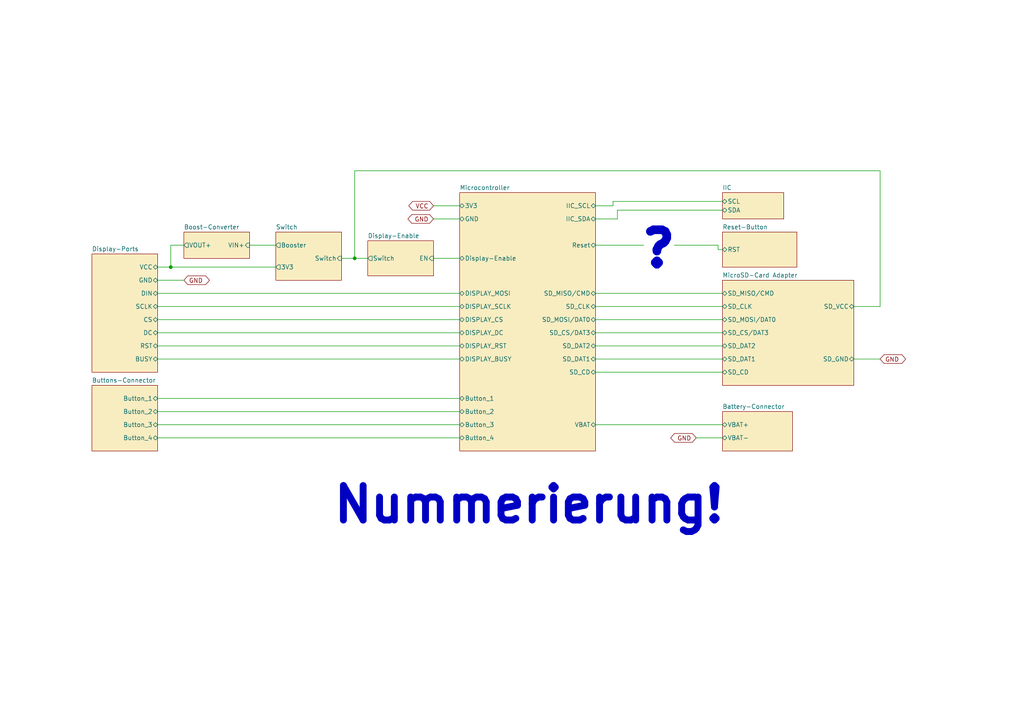
<source format=kicad_sch>
(kicad_sch
	(version 20231120)
	(generator "eeschema")
	(generator_version "8.0")
	(uuid "e1e12730-ab4f-45db-8b66-c1e0f78e2f00")
	(paper "A4")
	(lib_symbols)
	(junction
		(at 102.87 74.93)
		(diameter 0)
		(color 0 0 0 0)
		(uuid "5e1e7f15-ae22-48f4-bb87-9135e6916cd7")
	)
	(junction
		(at 49.53 77.47)
		(diameter 0)
		(color 0 0 0 0)
		(uuid "f5e963a1-e8ef-4af9-a70e-16ee304c70ac")
	)
	(wire
		(pts
			(xy 172.72 59.69) (xy 177.8 59.69)
		)
		(stroke
			(width 0)
			(type default)
		)
		(uuid "01ac8073-0233-47e6-9e67-d80a1208d8b4")
	)
	(wire
		(pts
			(xy 172.72 100.33) (xy 209.55 100.33)
		)
		(stroke
			(width 0)
			(type default)
		)
		(uuid "04551471-3446-4af9-a3cd-56ce21006b3f")
	)
	(wire
		(pts
			(xy 208.28 72.39) (xy 209.55 72.39)
		)
		(stroke
			(width 0)
			(type default)
		)
		(uuid "147044ac-53bc-47e5-899e-0e593ef8d5bb")
	)
	(wire
		(pts
			(xy 72.39 71.12) (xy 80.01 71.12)
		)
		(stroke
			(width 0)
			(type default)
		)
		(uuid "1665661a-ed7f-46ab-9ae7-6dd7fc6679b3")
	)
	(wire
		(pts
			(xy 45.72 100.33) (xy 133.35 100.33)
		)
		(stroke
			(width 0)
			(type default)
		)
		(uuid "1ba7fef3-090d-462d-b4d8-1194da680931")
	)
	(wire
		(pts
			(xy 49.53 77.47) (xy 49.53 71.12)
		)
		(stroke
			(width 0)
			(type default)
		)
		(uuid "208402b8-9e46-4d76-b803-1606a6b586d3")
	)
	(wire
		(pts
			(xy 172.72 107.95) (xy 209.55 107.95)
		)
		(stroke
			(width 0)
			(type default)
		)
		(uuid "2a073d3f-8bfd-40c1-b24f-23fff53a956b")
	)
	(wire
		(pts
			(xy 45.72 96.52) (xy 133.35 96.52)
		)
		(stroke
			(width 0)
			(type default)
		)
		(uuid "2ed7f446-e314-480e-8a58-6c59ae4f090c")
	)
	(wire
		(pts
			(xy 45.72 127) (xy 133.35 127)
		)
		(stroke
			(width 0)
			(type default)
		)
		(uuid "36ce2125-fcb3-4826-9652-3d4f1b6ab91e")
	)
	(wire
		(pts
			(xy 49.53 71.12) (xy 53.34 71.12)
		)
		(stroke
			(width 0)
			(type default)
		)
		(uuid "42594566-b93e-47e1-b648-9032b2abb773")
	)
	(wire
		(pts
			(xy 172.72 92.71) (xy 209.55 92.71)
		)
		(stroke
			(width 0)
			(type default)
		)
		(uuid "450a0d33-61b6-45bb-8d98-60c1f4ba1e19")
	)
	(wire
		(pts
			(xy 179.07 60.96) (xy 179.07 63.5)
		)
		(stroke
			(width 0)
			(type default)
		)
		(uuid "465ee75f-d611-4037-b187-033e593523de")
	)
	(wire
		(pts
			(xy 45.72 88.9) (xy 133.35 88.9)
		)
		(stroke
			(width 0)
			(type default)
		)
		(uuid "5805ac56-d423-4f50-8a3b-6dc0af99fbc4")
	)
	(wire
		(pts
			(xy 172.72 71.12) (xy 186.69 71.12)
		)
		(stroke
			(width 0)
			(type default)
		)
		(uuid "5e6400ce-405e-4417-bc06-0559ba74f145")
	)
	(wire
		(pts
			(xy 45.72 104.14) (xy 133.35 104.14)
		)
		(stroke
			(width 0)
			(type default)
		)
		(uuid "5e6e199b-348c-483e-a38d-ca1d164d87d0")
	)
	(wire
		(pts
			(xy 45.72 81.28) (xy 53.34 81.28)
		)
		(stroke
			(width 0)
			(type default)
		)
		(uuid "6410b59b-8e7c-4d12-8cb9-5ee504e1c4cd")
	)
	(wire
		(pts
			(xy 172.72 88.9) (xy 209.55 88.9)
		)
		(stroke
			(width 0)
			(type default)
		)
		(uuid "64507946-d96b-4b38-9dc3-f4e1a5a6c714")
	)
	(wire
		(pts
			(xy 45.72 77.47) (xy 49.53 77.47)
		)
		(stroke
			(width 0)
			(type default)
		)
		(uuid "66a94665-d894-4de7-9865-c1fd6e5f44a8")
	)
	(wire
		(pts
			(xy 172.72 85.09) (xy 209.55 85.09)
		)
		(stroke
			(width 0)
			(type default)
		)
		(uuid "683facbe-a578-48c8-81d2-af59dfbfed46")
	)
	(wire
		(pts
			(xy 177.8 58.42) (xy 209.55 58.42)
		)
		(stroke
			(width 0)
			(type default)
		)
		(uuid "68a8509b-df39-4f95-8065-04462408bc0e")
	)
	(wire
		(pts
			(xy 208.28 71.12) (xy 195.58 71.12)
		)
		(stroke
			(width 0)
			(type default)
		)
		(uuid "7531c58f-24e6-4397-a5f5-c442ce64948d")
	)
	(wire
		(pts
			(xy 172.72 123.19) (xy 209.55 123.19)
		)
		(stroke
			(width 0)
			(type default)
		)
		(uuid "76497c8d-1256-417e-899d-cb02f1efc09a")
	)
	(wire
		(pts
			(xy 49.53 77.47) (xy 80.01 77.47)
		)
		(stroke
			(width 0)
			(type default)
		)
		(uuid "7812dc58-9e03-45c6-aa7d-2ce706da09fe")
	)
	(wire
		(pts
			(xy 45.72 119.38) (xy 133.35 119.38)
		)
		(stroke
			(width 0)
			(type default)
		)
		(uuid "7965f394-0d39-4ed2-bf53-9ae19ac89785")
	)
	(wire
		(pts
			(xy 45.72 92.71) (xy 133.35 92.71)
		)
		(stroke
			(width 0)
			(type default)
		)
		(uuid "7e23e296-f932-4307-bc43-de6c1a718b7e")
	)
	(wire
		(pts
			(xy 102.87 74.93) (xy 106.68 74.93)
		)
		(stroke
			(width 0)
			(type default)
		)
		(uuid "80be18df-3f87-44eb-af04-2bb6de2b0551")
	)
	(wire
		(pts
			(xy 255.27 49.53) (xy 102.87 49.53)
		)
		(stroke
			(width 0)
			(type default)
		)
		(uuid "82f20d20-ad6b-4598-bd0d-243341ddc732")
	)
	(wire
		(pts
			(xy 179.07 63.5) (xy 172.72 63.5)
		)
		(stroke
			(width 0)
			(type default)
		)
		(uuid "84ac0d2f-8da3-47a4-a383-bcf452ba83ed")
	)
	(wire
		(pts
			(xy 172.72 104.14) (xy 209.55 104.14)
		)
		(stroke
			(width 0)
			(type default)
		)
		(uuid "85c58c84-d8f0-4898-92f5-48f8f0f0dcba")
	)
	(wire
		(pts
			(xy 125.73 63.5) (xy 133.35 63.5)
		)
		(stroke
			(width 0)
			(type default)
		)
		(uuid "9aaaadf2-4529-4e48-ba55-e94003688628")
	)
	(wire
		(pts
			(xy 255.27 88.9) (xy 255.27 49.53)
		)
		(stroke
			(width 0)
			(type default)
		)
		(uuid "a553f712-8822-439c-b9df-622a6d2cdf6d")
	)
	(wire
		(pts
			(xy 201.93 127) (xy 209.55 127)
		)
		(stroke
			(width 0)
			(type default)
		)
		(uuid "ae799b5e-9017-4f82-9d14-39b20d76ff8b")
	)
	(wire
		(pts
			(xy 208.28 72.39) (xy 208.28 71.12)
		)
		(stroke
			(width 0)
			(type default)
		)
		(uuid "b11af1b2-6e64-4fc2-8033-ce9a5b5ba545")
	)
	(wire
		(pts
			(xy 172.72 96.52) (xy 209.55 96.52)
		)
		(stroke
			(width 0)
			(type default)
		)
		(uuid "b26eebee-46c3-4351-904a-de982bf1b49d")
	)
	(wire
		(pts
			(xy 177.8 59.69) (xy 177.8 58.42)
		)
		(stroke
			(width 0)
			(type default)
		)
		(uuid "b94afeb3-2d87-4b23-ab4c-477c5e9ab468")
	)
	(wire
		(pts
			(xy 125.73 74.93) (xy 133.35 74.93)
		)
		(stroke
			(width 0)
			(type default)
		)
		(uuid "cbacfa45-dd0f-4d10-ba48-38fa454acd8b")
	)
	(wire
		(pts
			(xy 99.06 74.93) (xy 102.87 74.93)
		)
		(stroke
			(width 0)
			(type default)
		)
		(uuid "cffbdecf-3e8a-4725-8f87-5c7677dab367")
	)
	(wire
		(pts
			(xy 45.72 85.09) (xy 133.35 85.09)
		)
		(stroke
			(width 0)
			(type default)
		)
		(uuid "d2d54a37-2d13-45e2-af49-6e919d0f2cf0")
	)
	(wire
		(pts
			(xy 179.07 60.96) (xy 209.55 60.96)
		)
		(stroke
			(width 0)
			(type default)
		)
		(uuid "e75c777c-2073-4d48-8ba3-1f0a559961b3")
	)
	(wire
		(pts
			(xy 247.65 104.14) (xy 255.27 104.14)
		)
		(stroke
			(width 0)
			(type default)
		)
		(uuid "ef58b769-8f22-425b-8f01-b676111f9cd7")
	)
	(wire
		(pts
			(xy 102.87 49.53) (xy 102.87 74.93)
		)
		(stroke
			(width 0)
			(type default)
		)
		(uuid "f1811302-e926-49e8-98c2-143d0a3453e4")
	)
	(wire
		(pts
			(xy 247.65 88.9) (xy 255.27 88.9)
		)
		(stroke
			(width 0)
			(type default)
		)
		(uuid "f51c734b-4b3c-4c35-9e9f-39ba64656283")
	)
	(wire
		(pts
			(xy 45.72 115.57) (xy 133.35 115.57)
		)
		(stroke
			(width 0)
			(type default)
		)
		(uuid "f5912e14-c679-4e2e-a64d-abe5a0fec4ff")
	)
	(wire
		(pts
			(xy 125.73 59.69) (xy 133.35 59.69)
		)
		(stroke
			(width 0)
			(type default)
		)
		(uuid "f65cfbbe-d6e2-4d99-8799-7f405169db10")
	)
	(wire
		(pts
			(xy 45.72 123.19) (xy 133.35 123.19)
		)
		(stroke
			(width 0)
			(type default)
		)
		(uuid "f7b45ddf-52e2-402a-89a1-9ec9ae437507")
	)
	(text "Nummerierung!"
		(exclude_from_sim no)
		(at 153.416 146.558 0)
		(effects
			(font
				(size 10 10)
				(bold yes)
			)
		)
		(uuid "3491f621-64df-45e7-9572-ee106c6f2885")
	)
	(text "?"
		(exclude_from_sim no)
		(at 191.008 72.39 0)
		(effects
			(font
				(size 10 10)
				(thickness 5)
				(bold yes)
			)
		)
		(uuid "a301de47-f651-4fa1-9706-377c322eb617")
	)
	(global_label "GND"
		(shape bidirectional)
		(at 125.73 63.5 180)
		(fields_autoplaced yes)
		(effects
			(font
				(size 1.27 1.27)
			)
			(justify right)
		)
		(uuid "26d30ac0-3131-4a50-bf1b-fcd485453847")
		(property "Intersheetrefs" "${INTERSHEET_REFS}"
			(at 117.763 63.5 0)
			(effects
				(font
					(size 1.27 1.27)
				)
				(justify right)
				(hide yes)
			)
		)
	)
	(global_label "VCC"
		(shape bidirectional)
		(at 125.73 59.69 180)
		(fields_autoplaced yes)
		(effects
			(font
				(size 1.27 1.27)
			)
			(justify right)
		)
		(uuid "562fc9eb-b478-4811-8190-a4abf720f32f")
		(property "Intersheetrefs" "${INTERSHEET_REFS}"
			(at 118.0049 59.69 0)
			(effects
				(font
					(size 1.27 1.27)
				)
				(justify right)
				(hide yes)
			)
		)
	)
	(global_label "GND"
		(shape bidirectional)
		(at 255.27 104.14 0)
		(fields_autoplaced yes)
		(effects
			(font
				(size 1.27 1.27)
			)
			(justify left)
		)
		(uuid "5d5709bc-d6ad-44a2-9d9c-2fe48848f6dd")
		(property "Intersheetrefs" "${INTERSHEET_REFS}"
			(at 263.237 104.14 0)
			(effects
				(font
					(size 1.27 1.27)
				)
				(justify left)
				(hide yes)
			)
		)
	)
	(global_label "GND"
		(shape bidirectional)
		(at 53.34 81.28 0)
		(fields_autoplaced yes)
		(effects
			(font
				(size 1.27 1.27)
			)
			(justify left)
		)
		(uuid "5e5733a8-271b-4ccc-b28d-9f14467ecc5d")
		(property "Intersheetrefs" "${INTERSHEET_REFS}"
			(at 61.307 81.28 0)
			(effects
				(font
					(size 1.27 1.27)
				)
				(justify left)
				(hide yes)
			)
		)
	)
	(global_label "GND"
		(shape bidirectional)
		(at 201.93 127 180)
		(fields_autoplaced yes)
		(effects
			(font
				(size 1.27 1.27)
			)
			(justify right)
		)
		(uuid "7f31c167-939b-48f0-a363-9a079ca8a84e")
		(property "Intersheetrefs" "${INTERSHEET_REFS}"
			(at 193.963 127 0)
			(effects
				(font
					(size 1.27 1.27)
				)
				(justify right)
				(hide yes)
			)
		)
	)
	(sheet
		(at 209.55 119.38)
		(size 20.32 11.43)
		(fields_autoplaced yes)
		(stroke
			(width 0.1524)
			(type solid)
		)
		(fill
			(color 248 237 193 1.0000)
		)
		(uuid "0612ee74-9d90-4326-b91d-9e799538803a")
		(property "Sheetname" "Battery-Connector"
			(at 209.55 118.6684 0)
			(effects
				(font
					(size 1.27 1.27)
				)
				(justify left bottom)
			)
		)
		(property "Sheetfile" "battery-connector.kicad_sch"
			(at 209.55 131.3946 0)
			(effects
				(font
					(size 1.27 1.27)
				)
				(justify left top)
				(hide yes)
			)
		)
		(pin "VBAT+" bidirectional
			(at 209.55 123.19 180)
			(effects
				(font
					(size 1.27 1.27)
				)
				(justify left)
			)
			(uuid "2e4f3d3a-2737-4edc-af46-3a447146d0e7")
		)
		(pin "VBAT-" bidirectional
			(at 209.55 127 180)
			(effects
				(font
					(size 1.27 1.27)
				)
				(justify left)
			)
			(uuid "358cc2bc-33c1-4b14-ab8b-f9eea737f6b6")
		)
		(instances
			(project "feather_mainboard"
				(path "/e1e12730-ab4f-45db-8b66-c1e0f78e2f00"
					(page "6")
				)
			)
		)
	)
	(sheet
		(at 209.55 67.31)
		(size 21.59 10.16)
		(fields_autoplaced yes)
		(stroke
			(width 0.1524)
			(type solid)
		)
		(fill
			(color 248 237 193 1.0000)
		)
		(uuid "0d3ffa4d-b734-4a21-ae0e-364ca9762bbd")
		(property "Sheetname" "Reset-Button"
			(at 209.55 66.5984 0)
			(effects
				(font
					(size 1.27 1.27)
				)
				(justify left bottom)
			)
		)
		(property "Sheetfile" "reset-button.kicad_sch"
			(at 209.55 78.0546 0)
			(effects
				(font
					(size 1.27 1.27)
				)
				(justify left top)
				(hide yes)
			)
		)
		(pin "RST" bidirectional
			(at 209.55 72.39 180)
			(effects
				(font
					(size 1.27 1.27)
				)
				(justify left)
			)
			(uuid "9fb31196-96f4-4215-89ef-0ada9e0788e9")
		)
		(instances
			(project "feather_mainboard"
				(path "/e1e12730-ab4f-45db-8b66-c1e0f78e2f00"
					(page "9")
				)
			)
		)
	)
	(sheet
		(at 80.01 67.31)
		(size 19.05 13.97)
		(fields_autoplaced yes)
		(stroke
			(width 0.1524)
			(type solid)
		)
		(fill
			(color 248 237 193 1.0000)
		)
		(uuid "149cfc71-2d8e-4850-afcf-2d86d8c8a060")
		(property "Sheetname" "Switch"
			(at 80.01 66.5984 0)
			(effects
				(font
					(size 1.27 1.27)
				)
				(justify left bottom)
			)
		)
		(property "Sheetfile" "switch.kicad_sch"
			(at 80.01 81.8646 0)
			(effects
				(font
					(size 1.27 1.27)
				)
				(justify left top)
				(hide yes)
			)
		)
		(pin "Booster" output
			(at 80.01 71.12 180)
			(effects
				(font
					(size 1.27 1.27)
				)
				(justify left)
			)
			(uuid "e32187ec-5d6d-4a5b-b07a-df2c1b879e32")
		)
		(pin "3V3" output
			(at 80.01 77.47 180)
			(effects
				(font
					(size 1.27 1.27)
				)
				(justify left)
			)
			(uuid "5b196226-f16a-4fed-a69e-1e6e7a30df80")
		)
		(pin "Switch" input
			(at 99.06 74.93 0)
			(effects
				(font
					(size 1.27 1.27)
				)
				(justify right)
			)
			(uuid "609ceb44-57a5-4f59-bed8-53f53ba89fab")
		)
		(instances
			(project "feather_mainboard"
				(path "/e1e12730-ab4f-45db-8b66-c1e0f78e2f00"
					(page "4")
				)
			)
		)
	)
	(sheet
		(at 26.67 111.76)
		(size 19.05 19.05)
		(fields_autoplaced yes)
		(stroke
			(width 0.1524)
			(type solid)
		)
		(fill
			(color 248 237 193 1.0000)
		)
		(uuid "2182aea7-eb34-437a-b655-8b840f0aafa8")
		(property "Sheetname" "Buttons-Connector"
			(at 26.67 111.0484 0)
			(effects
				(font
					(size 1.27 1.27)
				)
				(justify left bottom)
			)
		)
		(property "Sheetfile" "buttons-connector.kicad_sch"
			(at 26.67 131.3946 0)
			(effects
				(font
					(size 1.27 1.27)
				)
				(justify left top)
				(hide yes)
			)
		)
		(pin "Button_2" bidirectional
			(at 45.72 119.38 0)
			(effects
				(font
					(size 1.27 1.27)
				)
				(justify right)
			)
			(uuid "23290fb7-9275-4977-89a7-4f02914c13da")
		)
		(pin "Button_3" bidirectional
			(at 45.72 123.19 0)
			(effects
				(font
					(size 1.27 1.27)
				)
				(justify right)
			)
			(uuid "8a252726-6ccf-46b4-9462-262e1c4cbd16")
		)
		(pin "Button_1" bidirectional
			(at 45.72 115.57 0)
			(effects
				(font
					(size 1.27 1.27)
				)
				(justify right)
			)
			(uuid "3a66fbb3-3f77-4c96-9e82-1bcf82fae2a6")
		)
		(pin "Button_4" bidirectional
			(at 45.72 127 0)
			(effects
				(font
					(size 1.27 1.27)
				)
				(justify right)
			)
			(uuid "1942f872-98ca-4e5c-a20e-826aee1ea95a")
		)
		(instances
			(project "feather_mainboard"
				(path "/e1e12730-ab4f-45db-8b66-c1e0f78e2f00"
					(page "7")
				)
			)
		)
	)
	(sheet
		(at 133.35 55.88)
		(size 39.37 74.93)
		(fields_autoplaced yes)
		(stroke
			(width 0.1524)
			(type solid)
		)
		(fill
			(color 248 237 193 1.0000)
		)
		(uuid "2e3e5636-c492-45ef-bece-a2815296f467")
		(property "Sheetname" "Microcontroller"
			(at 133.35 55.1684 0)
			(effects
				(font
					(size 1.27 1.27)
				)
				(justify left bottom)
			)
		)
		(property "Sheetfile" "microcontroller.kicad_sch"
			(at 133.35 131.3946 0)
			(effects
				(font
					(size 1.27 1.27)
				)
				(justify left top)
				(hide yes)
			)
		)
		(pin "3V3" bidirectional
			(at 133.35 59.69 180)
			(effects
				(font
					(size 1.27 1.27)
				)
				(justify left)
			)
			(uuid "ec275b6c-6776-442f-a444-32270f5fd813")
		)
		(pin "Reset" bidirectional
			(at 172.72 71.12 0)
			(effects
				(font
					(size 1.27 1.27)
				)
				(justify right)
			)
			(uuid "9e6fc611-8244-4e34-8c39-22cbf6c1e171")
		)
		(pin "Display-Enable" bidirectional
			(at 133.35 74.93 180)
			(effects
				(font
					(size 1.27 1.27)
				)
				(justify left)
			)
			(uuid "d5c5b904-e46c-48b1-8aff-d90f39dd4679")
		)
		(pin "SD_DAT2" bidirectional
			(at 172.72 100.33 0)
			(effects
				(font
					(size 1.27 1.27)
				)
				(justify right)
			)
			(uuid "5d51acd2-49b0-43e7-8ab0-b100956bebcc")
		)
		(pin "SD_DAT1" bidirectional
			(at 172.72 104.14 0)
			(effects
				(font
					(size 1.27 1.27)
				)
				(justify right)
			)
			(uuid "b60ad9d5-43cd-4f83-8f98-602f87f31a72")
		)
		(pin "SD_CD" bidirectional
			(at 172.72 107.95 0)
			(effects
				(font
					(size 1.27 1.27)
				)
				(justify right)
			)
			(uuid "f4f025cf-d47d-4a97-9b14-9687de25b073")
		)
		(pin "IIC_SCL" bidirectional
			(at 172.72 59.69 0)
			(effects
				(font
					(size 1.27 1.27)
				)
				(justify right)
			)
			(uuid "b7ca4eff-d52a-4900-84a8-4bcc23efdcec")
		)
		(pin "IIC_SDA" bidirectional
			(at 172.72 63.5 0)
			(effects
				(font
					(size 1.27 1.27)
				)
				(justify right)
			)
			(uuid "42d99894-7cad-48f7-bce5-1426f6aec4bd")
		)
		(pin "DISPLAY_BUSY" bidirectional
			(at 133.35 104.14 180)
			(effects
				(font
					(size 1.27 1.27)
				)
				(justify left)
			)
			(uuid "c98e02f6-9ace-4870-b88e-7410e73515ae")
		)
		(pin "DISPLAY_RST" bidirectional
			(at 133.35 100.33 180)
			(effects
				(font
					(size 1.27 1.27)
				)
				(justify left)
			)
			(uuid "bda1035d-f4a2-4709-99be-4e7e8d8ebdc5")
		)
		(pin "DISPLAY_DC" bidirectional
			(at 133.35 96.52 180)
			(effects
				(font
					(size 1.27 1.27)
				)
				(justify left)
			)
			(uuid "efed25ff-da54-4e42-8237-d2b8053b9817")
		)
		(pin "Button_1" bidirectional
			(at 133.35 115.57 180)
			(effects
				(font
					(size 1.27 1.27)
				)
				(justify left)
			)
			(uuid "5a869180-1425-4f3d-bbe3-40ef44acbd02")
		)
		(pin "Button_2" bidirectional
			(at 133.35 119.38 180)
			(effects
				(font
					(size 1.27 1.27)
				)
				(justify left)
			)
			(uuid "28d0ac22-0559-4062-9952-8b65f678a842")
		)
		(pin "GND" bidirectional
			(at 133.35 63.5 180)
			(effects
				(font
					(size 1.27 1.27)
				)
				(justify left)
			)
			(uuid "6f6ba5e0-b3b6-4c7f-9cfd-ad48c73a02fa")
		)
		(pin "Button_3" bidirectional
			(at 133.35 123.19 180)
			(effects
				(font
					(size 1.27 1.27)
				)
				(justify left)
			)
			(uuid "71611e00-4807-47e9-b053-efa2ac2bcc16")
		)
		(pin "DISPLAY_MOSI" bidirectional
			(at 133.35 85.09 180)
			(effects
				(font
					(size 1.27 1.27)
				)
				(justify left)
			)
			(uuid "5af41e56-e020-4605-b3f4-1f8ea3b915be")
		)
		(pin "DISPLAY_CS" bidirectional
			(at 133.35 92.71 180)
			(effects
				(font
					(size 1.27 1.27)
				)
				(justify left)
			)
			(uuid "ac4d96c2-4b76-45e1-84e1-cdff8debf9b6")
		)
		(pin "SD_MOSI{slash}DAT0" bidirectional
			(at 172.72 92.71 0)
			(effects
				(font
					(size 1.27 1.27)
				)
				(justify right)
			)
			(uuid "916bce21-cf81-4a1d-806c-023825cc0056")
		)
		(pin "SD_CLK" bidirectional
			(at 172.72 88.9 0)
			(effects
				(font
					(size 1.27 1.27)
				)
				(justify right)
			)
			(uuid "b7dfae92-9e56-45af-bdbf-84de632cb7a4")
		)
		(pin "SD_MISO{slash}CMD" bidirectional
			(at 172.72 85.09 0)
			(effects
				(font
					(size 1.27 1.27)
				)
				(justify right)
			)
			(uuid "f21ed3a3-4667-4e7f-8919-b07354eb66df")
		)
		(pin "SD_CS{slash}DAT3" bidirectional
			(at 172.72 96.52 0)
			(effects
				(font
					(size 1.27 1.27)
				)
				(justify right)
			)
			(uuid "9e3a02cb-8695-4ad6-b112-3197f0a827d6")
		)
		(pin "DISPLAY_SCLK" bidirectional
			(at 133.35 88.9 180)
			(effects
				(font
					(size 1.27 1.27)
				)
				(justify left)
			)
			(uuid "2f5f721f-1479-4188-9a82-eb0ec5bf54b8")
		)
		(pin "VBAT" bidirectional
			(at 172.72 123.19 0)
			(effects
				(font
					(size 1.27 1.27)
				)
				(justify right)
			)
			(uuid "7992833e-c86a-439a-8500-cbbf2e61cb09")
		)
		(pin "Button_4" bidirectional
			(at 133.35 127 180)
			(effects
				(font
					(size 1.27 1.27)
				)
				(justify left)
			)
			(uuid "98af7f5b-b0cc-41bd-94a9-e29bd010829d")
		)
		(instances
			(project "feather_mainboard"
				(path "/e1e12730-ab4f-45db-8b66-c1e0f78e2f00"
					(page "7")
				)
			)
		)
	)
	(sheet
		(at 209.55 81.28)
		(size 38.1 30.48)
		(fields_autoplaced yes)
		(stroke
			(width 0.1524)
			(type solid)
		)
		(fill
			(color 248 237 193 1.0000)
		)
		(uuid "6bb461df-e058-49ab-990d-543fb2df67dd")
		(property "Sheetname" "MicroSD-Card Adapter"
			(at 209.55 80.5684 0)
			(effects
				(font
					(size 1.27 1.27)
				)
				(justify left bottom)
			)
		)
		(property "Sheetfile" "microsd-card_adapter.kicad_sch"
			(at 209.55 112.3446 0)
			(effects
				(font
					(size 1.27 1.27)
				)
				(justify left top)
				(hide yes)
			)
		)
		(pin "SD_CLK" bidirectional
			(at 209.55 88.9 180)
			(effects
				(font
					(size 1.27 1.27)
				)
				(justify left)
			)
			(uuid "f0765f31-1a73-4369-b4e5-425864113506")
		)
		(pin "SD_MISO{slash}CMD" bidirectional
			(at 209.55 85.09 180)
			(effects
				(font
					(size 1.27 1.27)
				)
				(justify left)
			)
			(uuid "c94cbcdb-cbfc-4fc2-895c-36438bd8c1a6")
		)
		(pin "SD_DAT1" bidirectional
			(at 209.55 104.14 180)
			(effects
				(font
					(size 1.27 1.27)
				)
				(justify left)
			)
			(uuid "1a1aa735-3e3d-4bbd-9d44-edefeea80424")
		)
		(pin "SD_GND" bidirectional
			(at 247.65 104.14 0)
			(effects
				(font
					(size 1.27 1.27)
				)
				(justify right)
			)
			(uuid "9dc782de-ad98-436c-9513-2be33bd76fbc")
		)
		(pin "SD_MOSI{slash}DAT0" bidirectional
			(at 209.55 92.71 180)
			(effects
				(font
					(size 1.27 1.27)
				)
				(justify left)
			)
			(uuid "19fe0292-cad8-4556-87eb-0a908502d9da")
		)
		(pin "SD_VCC" bidirectional
			(at 247.65 88.9 0)
			(effects
				(font
					(size 1.27 1.27)
				)
				(justify right)
			)
			(uuid "1ea0f089-8ada-4560-bbcd-8d8cc4d95d97")
		)
		(pin "SD_CS{slash}DAT3" bidirectional
			(at 209.55 96.52 180)
			(effects
				(font
					(size 1.27 1.27)
				)
				(justify left)
			)
			(uuid "15db445b-e623-4b62-a04e-02cb4839b091")
		)
		(pin "SD_DAT2" bidirectional
			(at 209.55 100.33 180)
			(effects
				(font
					(size 1.27 1.27)
				)
				(justify left)
			)
			(uuid "6b71fb62-660e-4961-8169-e4be719fb844")
		)
		(pin "SD_CD" bidirectional
			(at 209.55 107.95 180)
			(effects
				(font
					(size 1.27 1.27)
				)
				(justify left)
			)
			(uuid "503ac1cc-59f1-41c8-8457-6bdffe1fb32c")
		)
		(instances
			(project "feather_mainboard"
				(path "/e1e12730-ab4f-45db-8b66-c1e0f78e2f00"
					(page "8")
				)
			)
		)
	)
	(sheet
		(at 209.55 55.88)
		(size 17.78 7.62)
		(fields_autoplaced yes)
		(stroke
			(width 0.1524)
			(type solid)
		)
		(fill
			(color 248 237 193 1.0000)
		)
		(uuid "9211cf2c-296b-49a8-984c-d8eee48b72b3")
		(property "Sheetname" "IIC"
			(at 209.55 55.1684 0)
			(effects
				(font
					(size 1.27 1.27)
				)
				(justify left bottom)
			)
		)
		(property "Sheetfile" "iic.kicad_sch"
			(at 209.55 64.0846 0)
			(effects
				(font
					(size 1.27 1.27)
				)
				(justify left top)
				(hide yes)
			)
		)
		(pin "SDA" bidirectional
			(at 209.55 60.96 180)
			(effects
				(font
					(size 1.27 1.27)
				)
				(justify left)
			)
			(uuid "2cfb4fbc-dc3d-4bdb-8cb7-47791df7eee3")
		)
		(pin "SCL" bidirectional
			(at 209.55 58.42 180)
			(effects
				(font
					(size 1.27 1.27)
				)
				(justify left)
			)
			(uuid "0cb95740-ec20-47eb-98b8-7553b1231190")
		)
		(instances
			(project "feather_mainboard"
				(path "/e1e12730-ab4f-45db-8b66-c1e0f78e2f00"
					(page "11")
				)
			)
		)
	)
	(sheet
		(at 26.67 73.66)
		(size 19.05 34.29)
		(fields_autoplaced yes)
		(stroke
			(width 0.1524)
			(type solid)
		)
		(fill
			(color 248 237 193 1.0000)
		)
		(uuid "a867e0b4-aaaa-4d5d-aab5-187e8be84092")
		(property "Sheetname" "Display-Ports"
			(at 26.67 72.9484 0)
			(effects
				(font
					(size 1.27 1.27)
				)
				(justify left bottom)
			)
		)
		(property "Sheetfile" "display_ports.kicad_sch"
			(at 26.67 108.5346 0)
			(effects
				(font
					(size 1.27 1.27)
				)
				(justify left top)
				(hide yes)
			)
		)
		(pin "RST" bidirectional
			(at 45.72 100.33 0)
			(effects
				(font
					(size 1.27 1.27)
				)
				(justify right)
			)
			(uuid "915fbae9-dd20-4a4c-bc79-64284a152189")
		)
		(pin "BUSY" bidirectional
			(at 45.72 104.14 0)
			(effects
				(font
					(size 1.27 1.27)
				)
				(justify right)
			)
			(uuid "7d5d12fd-0be7-4814-8a89-21361d058383")
		)
		(pin "CS" bidirectional
			(at 45.72 92.71 0)
			(effects
				(font
					(size 1.27 1.27)
				)
				(justify right)
			)
			(uuid "93c6e466-164f-4574-8c93-6a7526cf9a1b")
		)
		(pin "DC" bidirectional
			(at 45.72 96.52 0)
			(effects
				(font
					(size 1.27 1.27)
				)
				(justify right)
			)
			(uuid "1747e4ea-2dbc-4563-b838-377b4fbe7909")
		)
		(pin "VCC" bidirectional
			(at 45.72 77.47 0)
			(effects
				(font
					(size 1.27 1.27)
				)
				(justify right)
			)
			(uuid "b807c1ca-337d-468d-8be2-7643a6217aac")
		)
		(pin "SCLK" bidirectional
			(at 45.72 88.9 0)
			(effects
				(font
					(size 1.27 1.27)
				)
				(justify right)
			)
			(uuid "dc8bfd33-ee43-4f05-9bf7-cc48ca91e196")
		)
		(pin "GND" bidirectional
			(at 45.72 81.28 0)
			(effects
				(font
					(size 1.27 1.27)
				)
				(justify right)
			)
			(uuid "d293b73a-cd2e-40df-a5ea-3b409167997c")
		)
		(pin "DIN" bidirectional
			(at 45.72 85.09 0)
			(effects
				(font
					(size 1.27 1.27)
				)
				(justify right)
			)
			(uuid "c7e0dc46-a74b-43bf-a328-3c62a267243d")
		)
		(instances
			(project "feather_mainboard"
				(path "/e1e12730-ab4f-45db-8b66-c1e0f78e2f00"
					(page "2")
				)
			)
		)
	)
	(sheet
		(at 53.34 67.31)
		(size 19.05 7.62)
		(fields_autoplaced yes)
		(stroke
			(width 0.1524)
			(type solid)
		)
		(fill
			(color 248 237 193 1.0000)
		)
		(uuid "bcd38403-f30d-4d25-9221-d4e2b9310dad")
		(property "Sheetname" "Boost-Converter"
			(at 53.34 66.5984 0)
			(effects
				(font
					(size 1.27 1.27)
				)
				(justify left bottom)
			)
		)
		(property "Sheetfile" "boost_converter.kicad_sch"
			(at 53.34 75.5146 0)
			(effects
				(font
					(size 1.27 1.27)
				)
				(justify left top)
				(hide yes)
			)
		)
		(pin "VIN+" input
			(at 72.39 71.12 0)
			(effects
				(font
					(size 1.27 1.27)
				)
				(justify right)
			)
			(uuid "a3723f53-0344-417a-8d0d-ff9cffe92160")
		)
		(pin "VOUT+" output
			(at 53.34 71.12 180)
			(effects
				(font
					(size 1.27 1.27)
				)
				(justify left)
			)
			(uuid "8a8b430d-09fa-4a62-96b1-5418cb854d5c")
		)
		(instances
			(project "feather_mainboard"
				(path "/e1e12730-ab4f-45db-8b66-c1e0f78e2f00"
					(page "5")
				)
			)
		)
	)
	(sheet
		(at 106.68 69.85)
		(size 19.05 10.16)
		(fields_autoplaced yes)
		(stroke
			(width 0.1524)
			(type solid)
		)
		(fill
			(color 248 237 193 1.0000)
		)
		(uuid "e2a4e638-a577-4462-b00f-f16be15249be")
		(property "Sheetname" "Display-Enable"
			(at 106.68 69.1384 0)
			(effects
				(font
					(size 1.27 1.27)
				)
				(justify left bottom)
			)
		)
		(property "Sheetfile" "display_enable.kicad_sch"
			(at 106.68 80.5946 0)
			(effects
				(font
					(size 1.27 1.27)
				)
				(justify left top)
				(hide yes)
			)
		)
		(pin "EN" input
			(at 125.73 74.93 0)
			(effects
				(font
					(size 1.27 1.27)
				)
				(justify right)
			)
			(uuid "a65b1687-00d9-45da-8997-e0b192901b2b")
		)
		(pin "Switch" output
			(at 106.68 74.93 180)
			(effects
				(font
					(size 1.27 1.27)
				)
				(justify left)
			)
			(uuid "85fe8570-38d3-4118-a407-c6cc282ea7d5")
		)
		(instances
			(project "feather_mainboard"
				(path "/e1e12730-ab4f-45db-8b66-c1e0f78e2f00"
					(page "3")
				)
			)
		)
	)
	(sheet_instances
		(path "/"
			(page "1")
		)
	)
)
</source>
